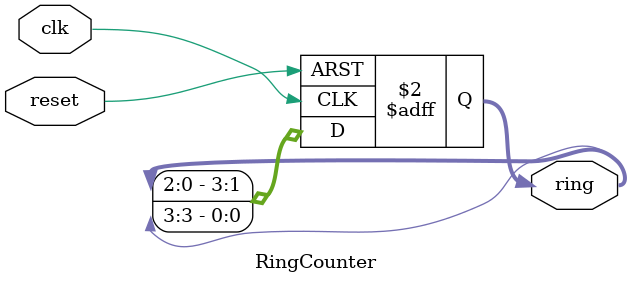
<source format=sv>
`timescale 1ns / 1ps


module RingCounter(
input logic clk,
input logic reset,
output logic [3:0] ring
    );
    always_ff @(posedge clk or posedge reset) begin
    if (reset)
    ring <=4'b1000;
    else 
    ring <= {ring[2:0], ring[3]};
    end
endmodule

</source>
